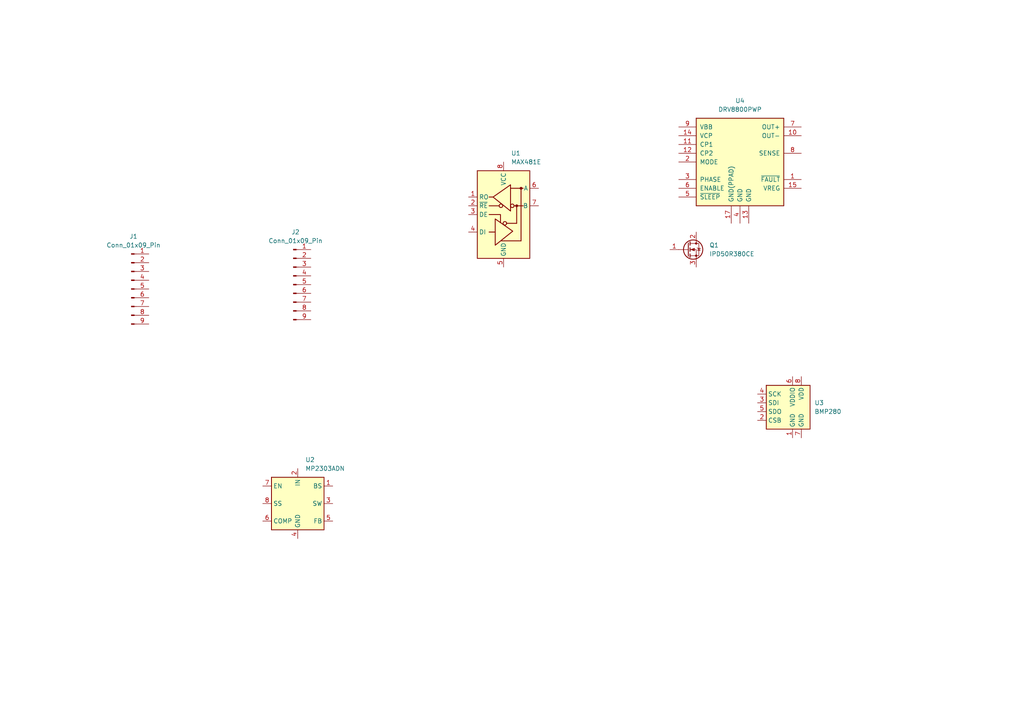
<source format=kicad_sch>
(kicad_sch (version 20231120) (generator "eeschema") (generator_version "8.0")
  (paper "A4")
  (lib_symbols
    (symbol "Connector:Conn_01x09_Pin" (pin_names (offset 1.016) hide)
      (property "Reference" "J" (at 0 12.7 0))
      (property "Value" "Conn_01x09_Pin" (at 0 -12.7 0))
      (symbol "Conn_01x09_Pin_1_1"
        (polyline (pts (xy 1.27 -10.16) (xy 0.8636 -10.16)) (stroke (width 0.1524)))
        (polyline (pts (xy 1.27 -7.62) (xy 0.8636 -7.62)) (stroke (width 0.1524)))
        (polyline (pts (xy 1.27 -5.08) (xy 0.8636 -5.08)) (stroke (width 0.1524)))
        (polyline (pts (xy 1.27 -2.54) (xy 0.8636 -2.54)) (stroke (width 0.1524)))
        (polyline (pts (xy 1.27 0) (xy 0.8636 0)) (stroke (width 0.1524)))
        (polyline (pts (xy 1.27 2.54) (xy 0.8636 2.54)) (stroke (width 0.1524)))
        (polyline (pts (xy 1.27 5.08) (xy 0.8636 5.08)) (stroke (width 0.1524)))
        (polyline (pts (xy 1.27 7.62) (xy 0.8636 7.62)) (stroke (width 0.1524)))
        (polyline (pts (xy 1.27 10.16) (xy 0.8636 10.16)) (stroke (width 0.1524)))
        (rectangle (start 0.8636 -10.033) (end 0 -10.287) (stroke (width 0.1524)) (fill (type outline)))
        (rectangle (start 0.8636 -7.493) (end 0 -7.747) (stroke (width 0.1524)) (fill (type outline)))
        (rectangle (start 0.8636 -4.953) (end 0 -5.207) (stroke (width 0.1524)) (fill (type outline)))
        (rectangle (start 0.8636 -2.413) (end 0 -2.667) (stroke (width 0.1524)) (fill (type outline)))
        (rectangle (start 0.8636 0.127) (end 0 -0.127) (stroke (width 0.1524)) (fill (type outline)))
        (rectangle (start 0.8636 2.667) (end 0 2.413) (stroke (width 0.1524)) (fill (type outline)))
        (rectangle (start 0.8636 5.207) (end 0 4.953) (stroke (width 0.1524)) (fill (type outline)))
        (rectangle (start 0.8636 7.747) (end 0 7.493) (stroke (width 0.1524)) (fill (type outline)))
        (rectangle (start 0.8636 10.287) (end 0 10.033) (stroke (width 0.1524)) (fill (type outline)))
        (pin passive line (at 5.08 10.16 180) (length 3.81) (name "Pin_1") (number "1"))
        (pin passive line (at 5.08 7.62 180) (length 3.81) (name "Pin_2") (number "2"))
        (pin passive line (at 5.08 5.08 180) (length 3.81) (name "Pin_3") (number "3"))
        (pin passive line (at 5.08 2.54 180) (length 3.81) (name "Pin_4") (number "4"))
        (pin passive line (at 5.08 0 180) (length 3.81) (name "Pin_5") (number "5"))
        (pin passive line (at 5.08 -2.54 180) (length 3.81) (name "Pin_6") (number "6"))
        (pin passive line (at 5.08 -5.08 180) (length 3.81) (name "Pin_7") (number "7"))
        (pin passive line (at 5.08 -7.62 180) (length 3.81) (name "Pin_8") (number "8"))
        (pin passive line (at 5.08 -10.16 180) (length 3.81) (name "Pin_9") (number "9"))
      )
    )
    (symbol "Driver_Motor:DRV8800PWP" (pin_names (offset 1.016))
      (property "Reference" "U" (at -12.7 16.51 0))
      (property "Value" "DRV8800PWP" (at -12.7 13.97 0))
      (symbol "DRV8800PWP_0_1"
        (rectangle (start -12.7 12.7) (end 12.7 -12.7) (stroke (width 0.254)) (fill (type background)))
      )
      (symbol "DRV8800PWP_1_1"
        (pin open_collector line (at 17.78 -5.08 180) (length 5.08) (name "~{FAULT}") (number "1"))
        (pin power_out line (at 17.78 7.62 180) (length 5.08) (name "OUT-") (number "10"))
        (pin power_in line (at -17.78 5.08 0) (length 5.08) (name "CP1") (number "11"))
        (pin power_in line (at -17.78 2.54 0) (length 5.08) (name "CP2") (number "12"))
        (pin power_in line (at 2.54 -17.78 90) (length 5.08) (name "GND") (number "13"))
        (pin power_in line (at -17.78 7.62 0) (length 5.08) (name "VCP") (number "14"))
        (pin output line (at 17.78 -7.62 180) (length 5.08) (name "VREG") (number "15"))
        (pin no_connect line (at -12.7 -2.54 0) (length 5.08) hide (name "NC") (number "16"))
        (pin power_in line (at -2.54 -17.78 90) (length 5.08) (name "GND(PPAD)") (number "17"))
        (pin input line (at -17.78 0 0) (length 5.08) (name "MODE") (number "2"))
        (pin input line (at -17.78 -5.08 0) (length 5.08) (name "PHASE") (number "3"))
        (pin power_in line (at 0 -17.78 90) (length 5.08) (name "GND") (number "4"))
        (pin input line (at -17.78 -10.16 0) (length 5.08) (name "~{SLEEP}") (number "5"))
        (pin input line (at -17.78 -7.62 0) (length 5.08) (name "ENABLE") (number "6"))
        (pin power_out line (at 17.78 10.16 180) (length 5.08) (name "OUT+") (number "7"))
        (pin power_out line (at 17.78 2.54 180) (length 5.08) (name "SENSE") (number "8"))
        (pin power_in line (at -17.78 10.16 0) (length 5.08) (name "VBB") (number "9"))
      )
    )
    (symbol "Interface_UART:MAX481E"
      (property "Reference" "U" (at -6.985 13.97 0))
      (property "Value" "MAX481E" (at 1.905 13.97 0))
      (symbol "MAX481E_0_1"
        (rectangle (start -7.62 12.7) (end 7.62 -12.7) (stroke (width 0.254)) (fill (type background)))
        (polyline (pts (xy -4.191 2.54) (xy -1.27 2.54)) (stroke (width 0.254)))
        (polyline (pts (xy -2.54 -5.08) (xy -4.191 -5.08)) (stroke (width 0.254)))
        (polyline (pts (xy -0.635 -7.62) (xy 5.08 -7.62)) (stroke (width 0.254)))
        (polyline (pts (xy 0.889 -2.54) (xy 3.81 -2.54)) (stroke (width 0.254)))
        (polyline (pts (xy 2.032 7.62) (xy 5.715 7.62)) (stroke (width 0.254)))
        (polyline (pts (xy 3.048 2.54) (xy 5.715 2.54)) (stroke (width 0.254)))
        (polyline (pts (xy 3.81 -2.54) (xy 3.81 2.54)) (stroke (width 0.254)))
        (polyline (pts (xy 5.08 -7.62) (xy 5.08 7.62)) (stroke (width 0.254)))
        (polyline (pts (xy -4.191 0) (xy -0.889 0) (xy -0.889 -2.286)) (stroke (width 0.254)))
        (polyline (pts (xy -3.175 5.08) (xy -4.191 5.08) (xy -4.064 5.08)) (stroke (width 0.254)))
        (polyline (pts (xy -2.413 -5.08) (xy -2.413 -1.27) (xy 2.667 -4.826) (xy -2.413 -8.89) (xy -2.413 -5.08)) (stroke (width 0.254)))
        (circle (center 0.381 -2.54) (radius 0.508) (stroke (width 0.254)))
        (circle (center 3.81 2.54) (radius 0.2794) (stroke (width 0.254)) (fill (type outline)))
      )
      (symbol "MAX481E_1_1"
        (circle (center -0.762 2.54) (radius 0.508) (stroke (width 0.254)))
        (polyline (pts (xy 2.032 4.826) (xy 2.032 8.636) (xy -3.048 5.08) (xy 2.032 1.016) (xy 2.032 4.826)) (stroke (width 0.254)))
        (circle (center 2.54 2.54) (radius 0.508) (stroke (width 0.254)))
        (circle (center 5.08 7.62) (radius 0.2794) (stroke (width 0.254)) (fill (type outline)))
        (pin output line (at -10.16 5.08 0) (length 2.54) (name "RO") (number "1"))
        (pin input line (at -10.16 2.54 0) (length 2.54) (name "~{RE}") (number "2"))
        (pin input line (at -10.16 0 0) (length 2.54) (name "DE") (number "3"))
        (pin input line (at -10.16 -5.08 0) (length 2.54) (name "DI") (number "4"))
        (pin power_in line (at 0 -15.24 90) (length 2.54) (name "GND") (number "5"))
        (pin bidirectional line (at 10.16 7.62 180) (length 2.54) (name "A") (number "6"))
        (pin bidirectional line (at 10.16 2.54 180) (length 2.54) (name "B") (number "7"))
        (pin power_in line (at 0 15.24 270) (length 2.54) (name "VCC") (number "8"))
      )
    )
    (symbol "Regulator_Switching:MP2303ADN"
      (property "Reference" "U" (at -7.366 8.636 0))
      (property "Value" "MP2303ADN" (at 7.62 8.89 0))
      (symbol "MP2303ADN_0_1"
        (rectangle (start -7.62 7.62) (end 7.62 -7.62) (stroke (width 0.254)) (fill (type background)))
      )
      (symbol "MP2303ADN_1_1"
        (pin passive line (at 10.16 5.08 180) (length 2.54) (name "BS") (number "1"))
        (pin power_in line (at 0 10.16 270) (length 2.54) (name "IN") (number "2"))
        (pin output line (at 10.16 0 180) (length 2.54) (name "SW") (number "3"))
        (pin power_in line (at 0 -10.16 90) (length 2.54) (name "GND") (number "4"))
        (pin input line (at 10.16 -5.08 180) (length 2.54) (name "FB") (number "5"))
        (pin passive line (at -10.16 -5.08 0) (length 2.54) (name "COMP") (number "6"))
        (pin input line (at -10.16 5.08 0) (length 2.54) (name "EN") (number "7"))
        (pin input line (at -10.16 0 0) (length 2.54) (name "SS") (number "8"))
      )
    )
    (symbol "Sensor_Pressure:BMP280"
      (property "Reference" "U" (at -7.62 10.16 0))
      (property "Value" "BMP280" (at 5.08 10.16 0))
      (symbol "BMP280_0_1"
        (rectangle (start -7.62 -5.08) (end 5.08 7.62) (stroke (width 0.254)) (fill (type background)))
      )
      (symbol "BMP280_1_1"
        (pin power_in line (at 0 -7.62 90) (length 2.54) (name "GND") (number "1"))
        (pin input line (at -10.16 -2.54 0) (length 2.54) (name "CSB") (number "2"))
        (pin bidirectional line (at -10.16 2.54 0) (length 2.54) (name "SDI") (number "3"))
        (pin input line (at -10.16 5.08 0) (length 2.54) (name "SCK") (number "4"))
        (pin bidirectional line (at -10.16 0 0) (length 2.54) (name "SDO") (number "5"))
        (pin power_in line (at 0 10.16 270) (length 2.54) (name "VDDIO") (number "6"))
        (pin power_in line (at 2.54 -7.62 90) (length 2.54) (name "GND") (number "7"))
        (pin power_in line (at 2.54 10.16 270) (length 2.54) (name "VDD") (number "8"))
      )
    )
    (symbol "Transistor_FET:IPD50R380CE" (pin_names hide)
      (property "Reference" "Q" (at 5.08 1.905 0))
      (property "Value" "IPD50R380CE" (at 5.08 0 0))
      (symbol "IPD50R380CE_0_1"
        (polyline (pts (xy 0.254 0) (xy -2.54 0)))
        (polyline (pts (xy 0.254 1.905) (xy 0.254 -1.905)) (stroke (width 0.254)))
        (polyline (pts (xy 0.762 -1.27) (xy 0.762 -2.286)) (stroke (width 0.254)))
        (polyline (pts (xy 0.762 0.508) (xy 0.762 -0.508)) (stroke (width 0.254)))
        (polyline (pts (xy 0.762 2.286) (xy 0.762 1.27)) (stroke (width 0.254)))
        (polyline (pts (xy 2.54 2.54) (xy 2.54 1.778)))
        (polyline (pts (xy 2.54 -2.54) (xy 2.54 0) (xy 0.762 0)))
        (polyline (pts (xy 0.762 -1.778) (xy 3.302 -1.778) (xy 3.302 1.778) (xy 0.762 1.778)))
        (polyline (pts (xy 1.016 0) (xy 2.032 0.381) (xy 2.032 -0.381) (xy 1.016 0)) (fill (type outline)))
        (polyline (pts (xy 2.794 0.508) (xy 2.921 0.381) (xy 3.683 0.381) (xy 3.81 0.254)))
        (polyline (pts (xy 3.302 0.381) (xy 2.921 -0.254) (xy 3.683 -0.254) (xy 3.302 0.381)))
        (circle (center 1.651 0) (radius 2.794) (stroke (width 0.254)))
        (circle (center 2.54 -1.778) (radius 0.254) (fill (type outline)))
        (circle (center 2.54 1.778) (radius 0.254) (fill (type outline)))
      )
      (symbol "IPD50R380CE_1_1"
        (pin input line (at -5.08 0 0) (length 2.54) (name "G") (number "1"))
        (pin passive line (at 2.54 5.08 270) (length 2.54) (name "D") (number "2"))
        (pin passive line (at 2.54 -5.08 90) (length 2.54) (name "S") (number "3"))
      )
    )
  )
  (symbol (lib_id "Regulator_Switching:MP2303ADN") (at 86.36 146.05 0) (unit 1)
    (property "Reference" "U2" (at 88.5541 133.35 0) (effects (justify left)))
    (property "Value" "MP2303ADN" (at 88.5541 135.89 0) (effects (justify left)))
    (property "Footprint" "Package_SO:SOIC-8-1EP_3.9x4.9mm_P1.27mm_EP2.62x3.51mm" (effects (hide yes)))
    (property "Datasheet" "https://www.monolithicpower.com/pub/media/document/MP2303A_r1.1.pdf" (effects (hide yes)))
    (property "Description" "Synchronous Rectified 3A, 28V, 360kHz Step-Down Converter, SOIC-8" (effects (hide yes)))
  )
  (symbol (lib_id "Transistor_FET:IPD50R380CE") (at 199.39 72.39 0) (unit 1)
    (property "Reference" "Q1" (at 205.74 71.1199 0) (effects (justify left)))
    (property "Value" "IPD50R380CE" (at 205.74 73.6599 0) (effects (justify left)))
    (property "Footprint" "Package_TO_SOT_SMD:SOT-23" (effects (hide yes)))
    (property "Datasheet" "https://www.infineon.com/dgdl/Infineon-IPD50R380CE-DS-v02_01-en.pdf?fileId=db3a30433ecb86d4013ed0a2ef580f38" (effects (hide yes)))
    (property "Description" "14.1A Id, 500V Vds, CoolMOS N-Channel Power MOSFET, 380mOhm Ron, 24.8nC Qg (typ), TO-252-2" (effects (hide yes)))
  )
  (symbol (lib_id "Sensor_Pressure:BMP280") (at 229.87 119.38 0) (unit 1)
    (property "Reference" "U3" (at 236.22 116.8399 0) (effects (justify left)))
    (property "Value" "BMP280" (at 236.22 119.3799 0) (effects (justify left)))
    (property "Footprint" "Package_LGA:Bosch_LGA-8_2x2.5mm_P0.65mm_ClockwisePinNumbering" (effects (hide yes)))
    (property "Datasheet" "https://ae-bst.resource.bosch.com/media/_tech/media/datasheets/BST-BMP280-DS001.pdf" (effects (hide yes)))
    (property "Description" "Absolute Barometric Pressure Sensor, LGA-8" (effects (hide yes)))
  )
  (symbol (lib_id "Driver_Motor:DRV8800PWP") (at 214.63 46.99 0) (unit 1)
    (property "Reference" "U4" (at 214.63 29.21 0))
    (property "Value" "DRV8800PWP" (at 214.63 31.75 0))
    (property "Footprint" "Package_SO:SSOP-24_5.3x8.2mm_P0.65mm" (effects (hide yes)))
    (property "Datasheet" "http://www.ti.com/lit/ds/symlink/drv8801.pdf" (effects (hide yes)))
    (property "Description" "H-Bridge Motor Driver, TSSOP-16" (effects (hide yes)))
  )
  (symbol (lib_id "Connector:Conn_01x09_Pin") (at 38.1 83.82 0) (unit 1)
    (property "Reference" "J1" (at 38.735 68.58 0))
    (property "Value" "Conn_01x09_Pin" (at 38.735 71.12 0))
    (property "Footprint" "Connector_PinHeader_2.54mm:PinHeader_1x09_P2.54mm_Vertical" (effects (hide yes)))
    (property "Description" "Generic connector, single row, 01x09, script generated" (effects (hide yes)))
  )
  (symbol (lib_id "Connector:Conn_01x09_Pin") (at 85.09 82.55 0) (unit 1)
    (property "Reference" "J2" (at 85.725 67.31 0))
    (property "Value" "Conn_01x09_Pin" (at 85.725 69.85 0))
    (property "Footprint" "Connector_PinHeader_2.54mm:PinHeader_1x09_P2.54mm_Vertical" (effects (hide yes)))
    (property "Description" "Generic connector, single row, 01x09, script generated" (effects (hide yes)))
  )
  (symbol (lib_id "Interface_UART:MAX481E") (at 146.05 62.23 0) (unit 1)
    (property "Reference" "U1" (at 148.2441 44.45 0) (effects (justify left)))
    (property "Value" "MAX481E" (at 148.2441 46.99 0) (effects (justify left)))
    (property "Footprint" "Package_SO:SOIC-8_3.9x4.9mm_P1.27mm" (effects (hide yes)))
    (property "Datasheet" "https://datasheets.maximintegrated.com/en/ds/MAX1487E-MAX491E.pdf" (effects (hide yes)))
    (property "Description" "Half duplex RS-485/RS-422, 2.5 Mbps, ±15kV electro-static discharge (ESD) protection, no slew-rate, with low-power shutdown, with receiver/driver enable, 32 receiver drive capability, DIP-8 and SOIC-8" (effects (hide yes)))
  )
)
</source>
